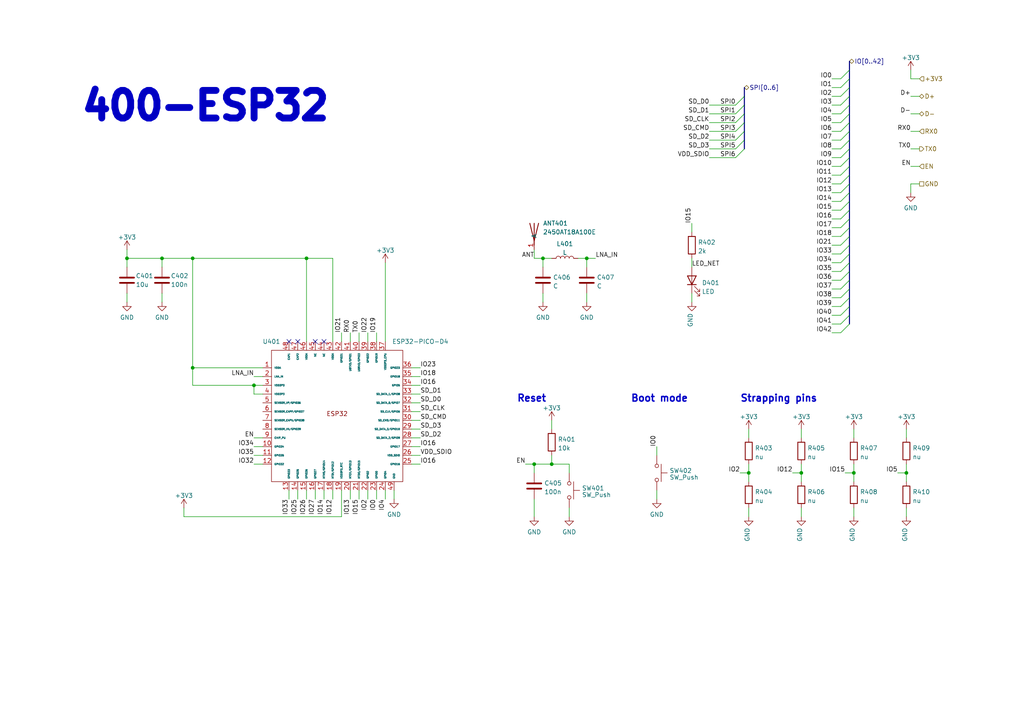
<source format=kicad_sch>
(kicad_sch (version 20230121) (generator eeschema)
  (paper "A4")
  (title_block (title "PSoM - ESP32_PICO_D4") (date "2024-04-17") (rev "HW00") (company "PumaCorp") (comment 1 "Design by: LG for NdG"))
  (lib_symbols
    (symbol "Component lib:2450AT18A100E" (pin_names (offset 0.762))
      (property "Reference" "ANT" (at 6.35 10.16 0))
      (property "Value" "2450AT18A100E" (at 6.35 7.62 0))
      (symbol "2450AT18A100E_0_1"
        (polyline (pts (xy 0 7.62) (xy 0 1.27)) (stroke (width 0.254)))
        (polyline (pts (xy 1.27 7.62) (xy 0 2.54) (xy -1.27 7.62)) (stroke (width 0.254)))
      )
      (symbol "2450AT18A100E_1_1"
        (pin input line (at 0 0 90) (length 2.54) (name "A") (number "1"))
      )
    )
    (symbol "Component lib:C" (pin_numbers hide) (pin_names (offset 0.254))
      (property "Reference" "C" (at 0.635 -1.27 0))
      (property "Value" "C" (at 0.635 -6.35 0))
      (symbol "C_0_1"
        (polyline (pts (xy -2.032 -4.572) (xy 2.032 -4.572)) (stroke (width 0.508)))
        (polyline (pts (xy -2.032 -3.048) (xy 2.032 -3.048)) (stroke (width 0.508)))
      )
      (symbol "C_1_1"
        (pin passive line (at 0 0 270) (length 2.794) (name "~") (number "1"))
        (pin passive line (at 0 -7.62 90) (length 2.794) (name "~") (number "2"))
      )
    )
    (symbol "Component lib:L" (pin_numbers hide) (pin_names (offset 1.016) hide)
      (property "Reference" "L" (at 3.81 -1.27 0))
      (property "Value" "L" (at 3.81 1.905 0))
      (symbol "L_0_1"
        (arc (start 2.54 0) (mid 1.905 0.6323) (end 1.27 0))
        (arc (start 3.81 0) (mid 3.175 0.6323) (end 2.54 0))
        (arc (start 5.08 0) (mid 4.445 0.6323) (end 3.81 0))
        (arc (start 6.35 0) (mid 5.715 0.6323) (end 5.08 0))
      )
      (symbol "L_1_1"
        (pin passive line (at 0 0 0) (length 1.27) (name "1") (number "1"))
        (pin passive line (at 7.62 0 180) (length 1.27) (name "2") (number "2"))
      )
    )
    (symbol "Component lib:LED" (pin_numbers hide) (pin_names (offset 1.016) hide)
      (property "Reference" "D" (at 3.81 2.54 0))
      (property "Value" "LED" (at 3.81 -2.54 0))
      (symbol "LED_0_1"
        (polyline (pts (xy 2.54 -1.27) (xy 2.54 1.27)) (stroke (width 0.254)))
        (polyline (pts (xy 2.54 0) (xy 5.08 0)))
        (polyline (pts (xy 5.08 -1.27) (xy 5.08 1.27) (xy 2.54 0) (xy 5.08 -1.27)) (stroke (width 0.254)))
        (polyline (pts (xy 0.762 -0.762) (xy -0.762 -2.286) (xy 0 -2.286) (xy -0.762 -2.286) (xy -0.762 -1.524)))
        (polyline (pts (xy 2.032 -0.762) (xy 0.508 -2.286) (xy 1.27 -2.286) (xy 0.508 -2.286) (xy 0.508 -1.524)))
      )
      (symbol "LED_1_1"
        (pin passive line (at 0 0 0) (length 2.54) (name "K") (number "1"))
        (pin passive line (at 7.62 0 180) (length 2.54) (name "A") (number "2"))
      )
    )
    (symbol "Component lib:R" (pin_numbers hide) (pin_names (offset 0))
      (property "Reference" "R" (at 2.032 -3.81 90))
      (property "Value" "R" (at 0 -3.81 90))
      (symbol "R_0_1"
        (rectangle (start -1.016 -6.35) (end 1.016 -1.27) (stroke (width 0.254)))
      )
      (symbol "R_1_1"
        (pin passive line (at 0 0 270) (length 1.27) (name "~") (number "1"))
        (pin passive line (at 0 -7.62 90) (length 1.27) (name "~") (number "2"))
      )
    )
    (symbol "Component_lib:ESP32-PICO-D4" (pin_names (offset 0.762))
      (property "Reference" "U" (at 17.78 -10.16 0))
      (property "Value" "ESP32-PICO-D4" (at 37.465 6.985 0))
      (symbol "ESP32-PICO-D4_0_0"
        (text "ESP32" (at 21.59 -13.335 0) (effects (font (size 1.27 1.27))))
      )
      (symbol "ESP32-PICO-D4_0_1"
        (rectangle (start 2.54 5.08) (end 40.64 -33.02))
      )
      (symbol "ESP32-PICO-D4_1_1"
        (pin power_in line (at 0 0 0) (length 2.54) (name "VDDA") (number "1"))
        (pin bidirectional line (at 0 -22.86 0) (length 2.54) (name "GPIO34") (number "10"))
        (pin bidirectional line (at 0 -25.4 0) (length 2.54) (name "GPIO35") (number "11"))
        (pin bidirectional line (at 0 -27.94 0) (length 2.54) (name "GPIO32") (number "12"))
        (pin bidirectional line (at 7.62 -35.56 90) (length 2.54) (name "GPIO33") (number "13"))
        (pin bidirectional line (at 10.16 -35.56 90) (length 2.54) (name "GPIO25") (number "14"))
        (pin bidirectional line (at 12.7 -35.56 90) (length 2.54) (name "GPIO26") (number "15"))
        (pin bidirectional line (at 15.24 -35.56 90) (length 2.54) (name "GPIO27") (number "16"))
        (pin bidirectional line (at 17.78 -35.56 90) (length 2.54) (name "MTMS/GPIO14") (number "17"))
        (pin bidirectional line (at 20.32 -35.56 90) (length 2.54) (name "MTDI/GPIO12") (number "18"))
        (pin power_in line (at 22.86 -35.56 90) (length 2.54) (name "VDD3P3_RTC") (number "19"))
        (pin bidirectional line (at 0 -2.54 0) (length 2.54) (name "LNA_IN") (number "2"))
        (pin bidirectional line (at 25.4 -35.56 90) (length 2.54) (name "MTCK/GPIO13") (number "20"))
        (pin bidirectional line (at 27.94 -35.56 90) (length 2.54) (name "MTDO/GPIO15") (number "21"))
        (pin bidirectional line (at 30.48 -35.56 90) (length 2.54) (name "GPIO2") (number "22"))
        (pin bidirectional line (at 33.02 -35.56 90) (length 2.54) (name "GPIO0") (number "23"))
        (pin bidirectional line (at 35.56 -35.56 90) (length 2.54) (name "GPIO4") (number "24"))
        (pin bidirectional line (at 43.18 -27.94 180) (length 2.54) (name "GPIO16") (number "25"))
        (pin power_in line (at 43.18 -25.4 180) (length 2.54) (name "VDD_SDIO") (number "26"))
        (pin bidirectional line (at 43.18 -22.86 180) (length 2.54) (name "GPIO17") (number "27"))
        (pin bidirectional line (at 43.18 -20.32 180) (length 2.54) (name "SD_DATA_2/GPIO9") (number "28"))
        (pin bidirectional line (at 43.18 -17.78 180) (length 2.54) (name "SD_DATA_3/GPIO10") (number "29"))
        (pin power_in line (at 0 -5.08 0) (length 2.54) (name "VDD3P3") (number "3"))
        (pin bidirectional line (at 43.18 -15.24 180) (length 2.54) (name "SD_CMD/GPIO11") (number "30"))
        (pin bidirectional line (at 43.18 -12.7 180) (length 2.54) (name "SD_CLK/GPIO6") (number "31"))
        (pin bidirectional line (at 43.18 -10.16 180) (length 2.54) (name "SD_DATA_0/GPIO7") (number "32"))
        (pin bidirectional line (at 43.18 -7.62 180) (length 2.54) (name "SD_DATA_1/GPIO8") (number "33"))
        (pin bidirectional line (at 43.18 -5.08 180) (length 2.54) (name "GPIO5") (number "34"))
        (pin bidirectional line (at 43.18 -2.54 180) (length 2.54) (name "GPIO18") (number "35"))
        (pin bidirectional line (at 43.18 0 180) (length 2.54) (name "GPIO23") (number "36"))
        (pin power_in line (at 35.56 7.62 270) (length 2.54) (name "VDD3P3_CPU") (number "37"))
        (pin bidirectional line (at 33.02 7.62 270) (length 2.54) (name "GPIO19") (number "38"))
        (pin bidirectional line (at 30.48 7.62 270) (length 2.54) (name "GPIO22") (number "39"))
        (pin power_in line (at 0 -7.62 0) (length 2.54) (name "VDD3P3") (number "4"))
        (pin bidirectional line (at 27.94 7.62 270) (length 2.54) (name "U0RXD/GPIO3") (number "40"))
        (pin bidirectional line (at 25.4 7.62 270) (length 2.54) (name "U0TXD/GPIO1") (number "41"))
        (pin bidirectional line (at 22.86 7.62 270) (length 2.54) (name "GPIO21") (number "42"))
        (pin power_in line (at 20.32 7.62 270) (length 2.54) (name "VDDA") (number "43"))
        (pin power_in line (at 17.78 7.62 270) (length 2.54) (name "NC") (number "44"))
        (pin bidirectional line (at 15.24 7.62 270) (length 2.54) (name "NC") (number "45"))
        (pin power_in line (at 12.7 7.62 270) (length 2.54) (name "VDDA") (number "46"))
        (pin bidirectional line (at 10.16 7.62 270) (length 2.54) (name "CAP2") (number "47"))
        (pin bidirectional line (at 7.62 7.62 270) (length 2.54) (name "CAP1") (number "48"))
        (pin power_in line (at 38.1 -35.56 90) (length 2.54) (name "GND") (number "49"))
        (pin bidirectional line (at 0 -10.16 0) (length 2.54) (name "SENSOR_VP/GPIO36") (number "5"))
        (pin bidirectional line (at 0 -12.7 0) (length 2.54) (name "SENSOR_CAPP/GPIO37") (number "6"))
        (pin bidirectional line (at 0 -15.24 0) (length 2.54) (name "SENSOR_CAPN/GPIO38") (number "7"))
        (pin bidirectional line (at 0 -17.78 0) (length 2.54) (name "SENSOR_VN/GPIO39") (number "8"))
        (pin bidirectional line (at 0 -20.32 0) (length 2.54) (name "CHIP_PU") (number "9"))
      )
    )
    (symbol "Switch:SW_Push" (pin_numbers hide) (pin_names (offset 1.016) hide)
      (property "Reference" "SW" (at 1.27 2.54 0))
      (property "Value" "SW_Push" (at 0 -1.524 0))
      (symbol "SW_Push_0_1"
        (circle (center -2.032 0) (radius 0.508))
        (polyline (pts (xy 0 1.27) (xy 0 3.048)))
        (polyline (pts (xy 2.54 1.27) (xy -2.54 1.27)))
        (circle (center 2.032 0) (radius 0.508))
        (pin passive line (at -5.08 0 0) (length 2.54) (name "1") (number "1"))
        (pin passive line (at 5.08 0 180) (length 2.54) (name "2") (number "2"))
      )
    )
    (symbol "power:+3V3" (power) (pin_names (offset 0))
      (property "Value" "+3V3" (at 0 3.556 0))
      (symbol "+3V3_0_1"
        (polyline (pts (xy -0.762 1.27) (xy 0 2.54)))
        (polyline (pts (xy 0 0) (xy 0 2.54)))
        (polyline (pts (xy 0 2.54) (xy 0.762 1.27)))
      )
      (symbol "+3V3_1_1"
        (pin power_in line (at 0 0 90) (length 0) hide (name "+3V3") (number "1"))
      )
    )
    (symbol "power:GND" (power) (pin_names (offset 0))
      (property "Value" "GND" (at 0 -3.81 0))
      (symbol "GND_0_1"
        (polyline (pts (xy 0 0) (xy 0 -1.27) (xy 1.27 -1.27) (xy 0 -2.54) (xy -1.27 -1.27) (xy 0 -1.27)))
      )
      (symbol "GND_1_1"
        (pin power_in line (at 0 0 270) (length 0) hide (name "GND") (number "1"))
      )
    )
  )
  (junction (at 46.99 74.93))
  (junction (at 154.94 134.62))
  (junction (at 36.83 74.93))
  (junction (at 160.02 134.62))
  (junction (at 170.18 74.93))
  (junction (at 55.88 106.68))
  (junction (at 157.48 74.93))
  (junction (at 247.65 137.16))
  (junction (at 232.41 137.16))
  (junction (at 88.9 74.93))
  (junction (at 55.88 74.93))
  (junction (at 217.17 137.16))
  (junction (at 262.89 137.16))
  (junction (at 73.66 111.76))
  (no_connect (at 91.44 99.06))
  (no_connect (at 83.82 99.06))
  (no_connect (at 93.98 99.06))
  (no_connect (at 86.36 99.06))
  (bus_entry (at 243.84 86.36) (size 2.54 -2.54))
  (bus_entry (at 243.84 40.64) (size 2.54 -2.54))
  (bus_entry (at 243.84 55.88) (size 2.54 -2.54))
  (bus_entry (at 243.84 68.58) (size 2.54 -2.54))
  (bus_entry (at 213.36 43.18) (size 2.54 -2.54))
  (bus_entry (at 243.84 71.12) (size 2.54 -2.54))
  (bus_entry (at 243.84 27.94) (size 2.54 -2.54))
  (bus_entry (at 243.84 88.9) (size 2.54 -2.54))
  (bus_entry (at 243.84 53.34) (size 2.54 -2.54))
  (bus_entry (at 243.84 93.98) (size 2.54 -2.54))
  (bus_entry (at 243.84 30.48) (size 2.54 -2.54))
  (bus_entry (at 243.84 33.02) (size 2.54 -2.54))
  (bus_entry (at 243.84 50.8) (size 2.54 -2.54))
  (bus_entry (at 243.84 38.1) (size 2.54 -2.54))
  (bus_entry (at 213.36 45.72) (size 2.54 -2.54))
  (bus_entry (at 243.84 78.74) (size 2.54 -2.54))
  (bus_entry (at 243.84 91.44) (size 2.54 -2.54))
  (bus_entry (at 243.84 35.56) (size 2.54 -2.54))
  (bus_entry (at 213.36 35.56) (size 2.54 -2.54))
  (bus_entry (at 243.84 60.96) (size 2.54 -2.54))
  (bus_entry (at 213.36 38.1) (size 2.54 -2.54))
  (bus_entry (at 243.84 45.72) (size 2.54 -2.54))
  (bus_entry (at 243.84 66.04) (size 2.54 -2.54))
  (bus_entry (at 213.36 40.64) (size 2.54 -2.54))
  (bus_entry (at 243.84 48.26) (size 2.54 -2.54))
  (bus_entry (at 243.84 43.18) (size 2.54 -2.54))
  (bus_entry (at 243.84 25.4) (size 2.54 -2.54))
  (bus_entry (at 243.84 96.52) (size 2.54 -2.54))
  (bus_entry (at 243.84 63.5) (size 2.54 -2.54))
  (bus_entry (at 243.84 83.82) (size 2.54 -2.54))
  (bus_entry (at 243.84 22.86) (size 2.54 -2.54))
  (bus_entry (at 213.36 30.48) (size 2.54 -2.54))
  (bus_entry (at 243.84 76.2) (size 2.54 -2.54))
  (bus_entry (at 243.84 81.28) (size 2.54 -2.54))
  (bus_entry (at 243.84 58.42) (size 2.54 -2.54))
  (bus_entry (at 243.84 73.66) (size 2.54 -2.54))
  (bus_entry (at 213.36 33.02) (size 2.54 -2.54))
  (wire (pts (xy 264.16 48.26) (xy 266.7 48.26)))
  (bus (pts (xy 246.38 50.8) (xy 246.38 53.34)))
  (bus (pts (xy 246.38 27.94) (xy 246.38 30.48)))
  (bus (pts (xy 246.38 63.5) (xy 246.38 66.04)))
  (wire (pts (xy 55.88 74.93) (xy 55.88 106.68)))
  (wire (pts (xy 154.94 144.78) (xy 154.94 149.86)))
  (wire (pts (xy 106.68 144.78) (xy 106.68 142.24)))
  (wire (pts (xy 109.22 96.52) (xy 109.22 99.06)))
  (wire (pts (xy 73.66 111.76) (xy 76.2 111.76)))
  (wire (pts (xy 104.14 142.24) (xy 104.14 144.78)))
  (wire (pts (xy 101.6 142.24) (xy 101.6 144.78)))
  (wire (pts (xy 264.16 22.86) (xy 266.7 22.86)))
  (wire (pts (xy 241.3 27.94) (xy 243.84 27.94)))
  (bus (pts (xy 246.38 43.18) (xy 246.38 45.72)))
  (wire (pts (xy 264.16 38.1) (xy 266.7 38.1)))
  (wire (pts (xy 73.66 132.08) (xy 76.2 132.08)))
  (wire (pts (xy 86.36 144.78) (xy 86.36 142.24)))
  (wire (pts (xy 241.3 96.52) (xy 243.84 96.52)))
  (bus (pts (xy 246.38 40.64) (xy 246.38 43.18)))
  (wire (pts (xy 217.17 134.62) (xy 217.17 137.16)))
  (wire (pts (xy 241.3 30.48) (xy 243.84 30.48)))
  (wire (pts (xy 264.16 20.32) (xy 264.16 22.86)))
  (bus (pts (xy 246.38 88.9) (xy 246.38 91.44)))
  (wire (pts (xy 170.18 85.09) (xy 170.18 87.63)))
  (wire (pts (xy 205.74 45.72) (xy 213.36 45.72)))
  (wire (pts (xy 241.3 48.26) (xy 243.84 48.26)))
  (wire (pts (xy 46.99 74.93) (xy 46.99 77.47)))
  (bus (pts (xy 246.38 78.74) (xy 246.38 81.28)))
  (wire (pts (xy 36.83 72.39) (xy 36.83 74.93)))
  (wire (pts (xy 96.52 74.93) (xy 88.9 74.93)))
  (wire (pts (xy 245.11 137.16) (xy 247.65 137.16)))
  (wire (pts (xy 119.38 109.22) (xy 121.92 109.22)))
  (wire (pts (xy 154.94 72.39) (xy 154.94 74.93)))
  (wire (pts (xy 101.6 96.52) (xy 101.6 99.06)))
  (wire (pts (xy 262.89 147.32) (xy 262.89 149.86)))
  (wire (pts (xy 262.89 137.16) (xy 262.89 139.7)))
  (wire (pts (xy 119.38 119.38) (xy 121.92 119.38)))
  (wire (pts (xy 241.3 40.64) (xy 243.84 40.64)))
  (wire (pts (xy 241.3 58.42) (xy 243.84 58.42)))
  (wire (pts (xy 241.3 93.98) (xy 243.84 93.98)))
  (bus (pts (xy 246.38 86.36) (xy 246.38 88.9)))
  (wire (pts (xy 217.17 137.16) (xy 217.17 139.7)))
  (wire (pts (xy 119.38 111.76) (xy 121.92 111.76)))
  (wire (pts (xy 264.16 27.94) (xy 266.7 27.94)))
  (wire (pts (xy 241.3 43.18) (xy 243.84 43.18)))
  (wire (pts (xy 73.66 127) (xy 76.2 127)))
  (bus (pts (xy 246.38 20.32) (xy 246.38 22.86)))
  (wire (pts (xy 165.1 147.32) (xy 165.1 149.86)))
  (wire (pts (xy 247.65 137.16) (xy 247.65 139.7)))
  (wire (pts (xy 154.94 74.93) (xy 157.48 74.93)))
  (bus (pts (xy 246.38 66.04) (xy 246.38 68.58)))
  (wire (pts (xy 214.63 137.16) (xy 217.17 137.16)))
  (wire (pts (xy 205.74 38.1) (xy 213.36 38.1)))
  (wire (pts (xy 200.66 64.77) (xy 200.66 67.31)))
  (bus (pts (xy 246.38 68.58) (xy 246.38 71.12)))
  (wire (pts (xy 241.3 35.56) (xy 243.84 35.56)))
  (wire (pts (xy 157.48 85.09) (xy 157.48 87.63)))
  (wire (pts (xy 170.18 74.93) (xy 170.18 77.47)))
  (bus (pts (xy 215.9 35.56) (xy 215.9 38.1)))
  (wire (pts (xy 119.38 129.54) (xy 121.92 129.54)))
  (wire (pts (xy 119.38 116.84) (xy 121.92 116.84)))
  (bus (pts (xy 215.9 25.4) (xy 215.9 27.94)))
  (bus (pts (xy 246.38 38.1) (xy 246.38 40.64)))
  (wire (pts (xy 170.18 74.93) (xy 172.72 74.93)))
  (bus (pts (xy 246.38 35.56) (xy 246.38 38.1)))
  (wire (pts (xy 232.41 147.32) (xy 232.41 149.86)))
  (bus (pts (xy 246.38 45.72) (xy 246.38 48.26)))
  (wire (pts (xy 119.38 124.46) (xy 121.92 124.46)))
  (wire (pts (xy 241.3 45.72) (xy 243.84 45.72)))
  (wire (pts (xy 241.3 91.44) (xy 243.84 91.44)))
  (wire (pts (xy 241.3 68.58) (xy 243.84 68.58)))
  (wire (pts (xy 36.83 74.93) (xy 46.99 74.93)))
  (bus (pts (xy 246.38 17.78) (xy 246.38 20.32)))
  (wire (pts (xy 91.44 144.78) (xy 91.44 142.24)))
  (wire (pts (xy 243.84 76.2) (xy 241.3 76.2)))
  (wire (pts (xy 83.82 144.78) (xy 83.82 142.24)))
  (bus (pts (xy 246.38 25.4) (xy 246.38 27.94)))
  (wire (pts (xy 241.3 38.1) (xy 243.84 38.1)))
  (bus (pts (xy 246.38 53.34) (xy 246.38 55.88)))
  (wire (pts (xy 119.38 134.62) (xy 121.92 134.62)))
  (wire (pts (xy 160.02 121.92) (xy 160.02 124.46)))
  (bus (pts (xy 215.9 40.64) (xy 215.9 43.18)))
  (wire (pts (xy 205.74 30.48) (xy 213.36 30.48)))
  (wire (pts (xy 247.65 134.62) (xy 247.65 137.16)))
  (wire (pts (xy 157.48 74.93) (xy 160.02 74.93)))
  (wire (pts (xy 241.3 66.04) (xy 243.84 66.04)))
  (wire (pts (xy 262.89 134.62) (xy 262.89 137.16)))
  (wire (pts (xy 119.38 106.68) (xy 121.92 106.68)))
  (wire (pts (xy 53.34 147.32) (xy 53.34 149.86)))
  (wire (pts (xy 241.3 25.4) (xy 243.84 25.4)))
  (wire (pts (xy 264.16 53.34) (xy 266.7 53.34)))
  (wire (pts (xy 232.41 137.16) (xy 232.41 139.7)))
  (wire (pts (xy 73.66 109.22) (xy 76.2 109.22)))
  (wire (pts (xy 243.84 81.28) (xy 241.3 81.28)))
  (wire (pts (xy 205.74 43.18) (xy 213.36 43.18)))
  (wire (pts (xy 53.34 149.86) (xy 99.06 149.86)))
  (wire (pts (xy 205.74 35.56) (xy 213.36 35.56)))
  (wire (pts (xy 46.99 74.93) (xy 55.88 74.93)))
  (bus (pts (xy 246.38 83.82) (xy 246.38 86.36)))
  (wire (pts (xy 243.84 78.74) (xy 241.3 78.74)))
  (bus (pts (xy 246.38 91.44) (xy 246.38 93.98)))
  (wire (pts (xy 96.52 74.93) (xy 96.52 99.06)))
  (wire (pts (xy 232.41 134.62) (xy 232.41 137.16)))
  (bus (pts (xy 246.38 33.02) (xy 246.38 35.56)))
  (wire (pts (xy 190.5 129.54) (xy 190.5 132.08)))
  (wire (pts (xy 55.88 74.93) (xy 88.9 74.93)))
  (wire (pts (xy 73.66 129.54) (xy 76.2 129.54)))
  (wire (pts (xy 114.3 142.24) (xy 114.3 144.78)))
  (wire (pts (xy 76.2 114.3) (xy 73.66 114.3)))
  (wire (pts (xy 205.74 40.64) (xy 213.36 40.64)))
  (wire (pts (xy 241.3 50.8) (xy 243.84 50.8)))
  (wire (pts (xy 157.48 77.47) (xy 157.48 74.93)))
  (wire (pts (xy 232.41 124.46) (xy 232.41 127)))
  (wire (pts (xy 154.94 134.62) (xy 160.02 134.62)))
  (wire (pts (xy 119.38 121.92) (xy 121.92 121.92)))
  (wire (pts (xy 88.9 144.78) (xy 88.9 142.24)))
  (wire (pts (xy 260.35 137.16) (xy 262.89 137.16)))
  (wire (pts (xy 106.68 96.52) (xy 106.68 99.06)))
  (wire (pts (xy 264.16 33.02) (xy 266.7 33.02)))
  (wire (pts (xy 217.17 147.32) (xy 217.17 149.86)))
  (wire (pts (xy 119.38 114.3) (xy 121.92 114.3)))
  (wire (pts (xy 241.3 73.66) (xy 243.84 73.66)))
  (wire (pts (xy 241.3 22.86) (xy 243.84 22.86)))
  (wire (pts (xy 111.76 144.78) (xy 111.76 142.24)))
  (wire (pts (xy 167.64 74.93) (xy 170.18 74.93)))
  (wire (pts (xy 264.16 55.88) (xy 264.16 53.34)))
  (wire (pts (xy 96.52 144.78) (xy 96.52 142.24)))
  (wire (pts (xy 241.3 55.88) (xy 243.84 55.88)))
  (wire (pts (xy 119.38 127) (xy 121.92 127)))
  (bus (pts (xy 246.38 60.96) (xy 246.38 63.5)))
  (bus (pts (xy 215.9 33.02) (xy 215.9 35.56)))
  (wire (pts (xy 160.02 134.62) (xy 165.1 134.62)))
  (wire (pts (xy 99.06 142.24) (xy 99.06 149.86)))
  (wire (pts (xy 205.74 33.02) (xy 213.36 33.02)))
  (wire (pts (xy 229.87 137.16) (xy 232.41 137.16)))
  (wire (pts (xy 262.89 124.46) (xy 262.89 127)))
  (bus (pts (xy 215.9 27.94) (xy 215.9 30.48)))
  (wire (pts (xy 243.84 86.36) (xy 241.3 86.36)))
  (wire (pts (xy 241.3 60.96) (xy 243.84 60.96)))
  (wire (pts (xy 99.06 96.52) (xy 99.06 99.06)))
  (wire (pts (xy 241.3 53.34) (xy 243.84 53.34)))
  (wire (pts (xy 73.66 134.62) (xy 76.2 134.62)))
  (wire (pts (xy 88.9 74.93) (xy 88.9 99.06)))
  (wire (pts (xy 119.38 132.08) (xy 121.92 132.08)))
  (bus (pts (xy 215.9 38.1) (xy 215.9 40.64)))
  (bus (pts (xy 215.9 30.48) (xy 215.9 33.02)))
  (wire (pts (xy 55.88 106.68) (xy 76.2 106.68)))
  (wire (pts (xy 93.98 144.78) (xy 93.98 142.24)))
  (wire (pts (xy 36.83 85.09) (xy 36.83 87.63)))
  (wire (pts (xy 243.84 83.82) (xy 241.3 83.82)))
  (wire (pts (xy 46.99 85.09) (xy 46.99 87.63)))
  (wire (pts (xy 241.3 71.12) (xy 243.84 71.12)))
  (wire (pts (xy 104.14 96.52) (xy 104.14 99.06)))
  (bus (pts (xy 246.38 48.26) (xy 246.38 50.8)))
  (wire (pts (xy 36.83 77.47) (xy 36.83 74.93)))
  (wire (pts (xy 160.02 132.08) (xy 160.02 134.62)))
  (wire (pts (xy 190.5 142.24) (xy 190.5 144.78)))
  (bus (pts (xy 246.38 76.2) (xy 246.38 78.74)))
  (wire (pts (xy 241.3 63.5) (xy 243.84 63.5)))
  (wire (pts (xy 217.17 124.46) (xy 217.17 127)))
  (wire (pts (xy 200.66 74.93) (xy 200.66 77.47)))
  (bus (pts (xy 246.38 81.28) (xy 246.38 83.82)))
  (wire (pts (xy 154.94 134.62) (xy 154.94 137.16)))
  (wire (pts (xy 264.16 43.18) (xy 266.7 43.18)))
  (wire (pts (xy 111.76 76.2) (xy 111.76 99.06)))
  (bus (pts (xy 246.38 30.48) (xy 246.38 33.02)))
  (wire (pts (xy 247.65 147.32) (xy 247.65 149.86)))
  (wire (pts (xy 152.4 134.62) (xy 154.94 134.62)))
  (wire (pts (xy 55.88 111.76) (xy 73.66 111.76)))
  (wire (pts (xy 200.66 85.09) (xy 200.66 87.63)))
  (bus (pts (xy 246.38 22.86) (xy 246.38 25.4)))
  (wire (pts (xy 73.66 114.3) (xy 73.66 111.76)))
  (wire (pts (xy 109.22 144.78) (xy 109.22 142.24)))
  (wire (pts (xy 55.88 106.68) (xy 55.88 111.76)))
  (bus (pts (xy 246.38 71.12) (xy 246.38 73.66)))
  (wire (pts (xy 241.3 88.9) (xy 243.84 88.9)))
  (bus (pts (xy 246.38 58.42) (xy 246.38 60.96)))
  (bus (pts (xy 246.38 55.88) (xy 246.38 58.42)))
  (wire (pts (xy 247.65 124.46) (xy 247.65 127)))
  (wire (pts (xy 165.1 134.62) (xy 165.1 137.16)))
  (wire (pts (xy 241.3 33.02) (xy 243.84 33.02)))
  (bus (pts (xy 246.38 73.66) (xy 246.38 76.2)))
  (text "Boot mode\n" (at 182.88 116.84 0) (effects (font (size 2 2) (thickness 0.4) bold) (justify left bottom)))
  (text "Reset\n" (at 149.86 116.84 0) (effects (font (size 2 2) (thickness 0.4) bold) (justify left bottom)))
  (text "400-ESP32" (at 22.86 35.56 0) (effects (font (size 8 8) (thickness 3) bold) (justify left bottom)))
  (text "Strapping pins" (at 214.63 116.84 0) (effects (font (size 2 2) (thickness 0.4) bold) (justify left bottom)))
  (label "IO16" (at 121.92 129.54 0))
  (label "SD_CLK" (at 121.92 119.38 0))
  (label "IO12" (at 229.87 137.16 180))
  (label "IO3" (at 241.3 30.48 180))
  (label "IO26" (at 88.9 144.78 270))
  (label "RX0" (at 101.6 96.52 90))
  (label "IO15" (at 241.3 60.96 180))
  (label "SPI0" (at 213.36 30.48 180))
  (label "IO18" (at 121.92 109.22 0))
  (label "TX0" (at 104.14 96.52 90))
  (label "IO38" (at 241.3 86.36 180))
  (label "IO0" (at 109.22 144.78 270))
  (label "IO37" (at 241.3 83.82 180))
  (label "VDD_SDIO" (at 121.92 132.08 0))
  (label "IO39" (at 241.3 88.9 180))
  (label "IO13" (at 101.6 144.78 270))
  (label "EN" (at 264.16 48.26 180))
  (label "IO42" (at 241.3 96.52 180))
  (label "IO6" (at 241.3 38.1 180))
  (label "IO32" (at 73.66 134.62 180))
  (label "IO7" (at 241.3 40.64 180))
  (label "SD_CLK" (at 205.74 35.56 180))
  (label "SPI1" (at 213.36 33.02 180))
  (label "IO4" (at 241.3 33.02 180))
  (label "IO14" (at 241.3 58.42 180))
  (label "IO40" (at 241.3 91.44 180))
  (label "EN" (at 152.4 134.62 180))
  (label "IO2" (at 214.63 137.16 180))
  (label "IO33" (at 83.82 144.78 270))
  (label "TX0" (at 264.16 43.18 180))
  (label "IO25" (at 86.36 144.78 270))
  (label "SPI5" (at 213.36 43.18 180))
  (label "IO14" (at 93.98 144.78 270))
  (label "IO15" (at 104.14 144.78 270))
  (label "IO22" (at 106.68 96.52 90))
  (label "SD_D3" (at 205.74 43.18 180))
  (label "IO10" (at 241.3 48.26 180))
  (label "SD_D1" (at 121.92 114.3 0))
  (label "IO21" (at 241.3 71.12 180))
  (label "IO12" (at 96.52 144.78 270))
  (label "IO5" (at 241.3 35.56 180))
  (label "IO12" (at 241.3 53.34 180))
  (label "IO35" (at 73.66 132.08 180))
  (label "IO0" (at 190.5 129.54 90))
  (label "IO16" (at 241.3 63.5 180))
  (label "SD_D1" (at 205.74 33.02 180))
  (label "IO19" (at 109.22 96.52 90))
  (label "IO2" (at 241.3 27.94 180))
  (label "LNA_IN" (at 73.66 109.22 180))
  (label "LNA_IN" (at 172.72 74.93 0))
  (label "SD_CMD" (at 121.92 121.92 0))
  (label "IO11" (at 241.3 50.8 180))
  (label "IO0" (at 241.3 22.86 180))
  (label "SPI4" (at 213.36 40.64 180))
  (label "IO21" (at 99.06 96.52 90))
  (label "SD_CMD" (at 205.74 38.1 180))
  (label "IO1" (at 241.3 25.4 180))
  (label "SD_D2" (at 121.92 127 0))
  (label "SPI3" (at 213.36 38.1 180))
  (label "IO15" (at 245.11 137.16 180))
  (label "IO15" (at 200.66 64.77 90))
  (label "SD_D0" (at 121.92 116.84 0))
  (label "IO33" (at 241.3 73.66 180))
  (label "SPI2" (at 213.36 35.56 180))
  (label "IO4" (at 111.76 144.78 270))
  (label "LED_NET" (at 200.66 77.47 0))
  (label "SD_D2" (at 205.74 40.64 180))
  (label "EN" (at 73.66 127 180))
  (label "IO35" (at 241.3 78.74 180))
  (label "RX0" (at 264.16 38.1 180))
  (label "VDD_SDIO" (at 205.74 45.72 180))
  (label "IO8" (at 241.3 43.18 180))
  (label "SPI6" (at 213.36 45.72 180))
  (label "IO34" (at 241.3 76.2 180))
  (label "IO2" (at 106.68 144.78 270))
  (label "IO16" (at 121.92 134.62 0))
  (label "IO16" (at 121.92 111.76 0))
  (label "SD_D0" (at 205.74 30.48 180))
  (label "SD_D3" (at 121.92 124.46 0))
  (label "IO17" (at 241.3 66.04 180))
  (label "IO27" (at 91.44 144.78 270))
  (label "ANT" (at 154.94 74.93 180))
  (label "IO9" (at 241.3 45.72 180))
  (label "IO36" (at 241.3 81.28 180))
  (label "D-" (at 264.16 33.02 180))
  (label "IO13" (at 241.3 55.88 180))
  (label "IO18" (at 241.3 68.58 180))
  (label "IO34" (at 73.66 129.54 180))
  (label "IO41" (at 241.3 93.98 180))
  (label "IO23" (at 121.92 106.68 0))
  (label "D+" (at 264.16 27.94 180))
  (label "IO5" (at 260.35 137.16 180))
  (hierarchical_label "+3V3" (shape input) (at 266.7 22.86 0))
  (hierarchical_label "IO[0..42]" (shape bidirectional) (at 246.38 17.78 0))
  (hierarchical_label "D+" (shape bidirectional) (at 266.7 27.94 0))
  (hierarchical_label "SPI[0..6]" (shape bidirectional) (at 215.9 25.4 0))
  (hierarchical_label "GND" (shape passive) (at 266.7 53.34 0))
  (hierarchical_label "D-" (shape bidirectional) (at 266.7 33.02 0))
  (hierarchical_label "EN" (shape input) (at 266.7 48.26 0))
  (hierarchical_label "TX0" (shape output) (at 266.7 43.18 0))
  (hierarchical_label "RX0" (shape input) (at 266.7 38.1 0))
  (symbol (lib_id "power:GND") (at 262.89 149.86 0) (unit 1)
    (property "Reference" "#PWR0426" (effects hide))
    (property "Value" "GND" (at 262.4562 153.035 90) (effects (justify right)))
  )
  (symbol (lib_id "power:+3V3") (at 264.16 20.32 0) (unit 1)
    (property "Reference" "#PWR0423" (effects hide))
    (property "Value" "+3V3" (at 264.16 16.7442 0))
    (instances (project "ESP_PicoD4_SoM_HW00" (path "" (reference "#PWR0423") (unit 1))) (project "PMK_Keyboard" (path "" (reference "#PWR0401") (unit 1))))
  )
  (symbol (lib_id "power:+3V3") (at 247.65 124.46 0) (unit 1)
    (property "Reference" "#PWR0421" (effects hide))
    (property "Value" "+3V3" (at 247.65 120.8842 0))
  )
  (symbol (lib_id "power:GND") (at 170.18 87.63 0) (unit 1)
    (property "Reference" "#PWR0414" (effects hide))
    (property "Value" "GND" (at 170.18 92.0734 0))
  )
  (symbol (lib_id "Component lib:R") (at 247.65 127 0) (unit 1)
    (property "Reference" "R407" (at 249.428 129.9753 0) (effects (justify left)))
    (property "Value" "nu" (at 249.428 132.5122 0) (effects (justify left)))
    (property "Footprint" "Resistor_SMD:R_0201_0603Metric" (effects hide))
  )
  (symbol (lib_id "Component lib:R") (at 262.89 139.7 0) (unit 1)
    (property "Reference" "R410" (at 264.668 142.6753 0) (effects (justify left)))
    (property "Value" "nu" (at 264.668 145.2122 0) (effects (justify left)))
    (property "Footprint" "Resistor_SMD:R_0201_0603Metric" (effects hide))
  )
  (symbol (lib_id "power:+3V3") (at 36.83 72.39 0) (unit 1)
    (property "Reference" "#PWR0401" (effects hide))
    (property "Value" "+3V3" (at 36.83 68.8142 0))
    (instances (project "ESP_PicoD4_SoM_HW00" (path "" (reference "#PWR0401") (unit 1))) (project "PMK_Keyboard" (path "" (reference "#PWR0408") (unit 1))))
  )
  (symbol (lib_id "power:+3V3") (at 232.41 124.46 0) (unit 1)
    (property "Reference" "#PWR0419" (effects hide))
    (property "Value" "+3V3" (at 232.41 120.8842 0))
    (instances (project "ESP_PicoD4_SoM_HW00" (path "" (reference "#PWR0419") (unit 1))) (project "PMK_Keyboard" (path "" (reference "#PWR0424") (unit 1))))
  )
  (symbol (lib_id "power:+3V3") (at 217.17 124.46 0) (unit 1)
    (property "Reference" "#PWR0417" (effects hide))
    (property "Value" "+3V3" (at 217.17 120.8842 0))
    (instances (project "ESP_PicoD4_SoM_HW00" (path "" (reference "#PWR0417") (unit 1))) (project "PMK_Keyboard" (path "" (reference "#PWR0423") (unit 1))))
  )
  (symbol (lib_id "Component lib:2450AT18A100E") (at 154.94 72.39 0) (unit 1)
    (property "Reference" "ANT401" (at 157.48 64.77 0) (effects (justify left)))
    (property "Value" "2450AT18A100E" (at 157.48 67.31 0) (effects (justify left)))
    (property "Footprint" "Component_lib:ANTC3216X140N" (effects hide))
    (property "Datasheet" "https://www.johansontechnology.com/datasheets/2450AT18A100/2450AT18A100.pdf" (effects hide))
    (property "Description" "Antennas 2.45GHz ANTENNA" (effects hide))
    (property "Height" "1.4" (effects hide))
    (property "Mouser Part Number" "609-2450AT18A100E" (effects hide))
    (property "Mouser Price/Stock" "https://www.mouser.co.uk/ProductDetail/Johanson-Technology/2450AT18A100E?qs=yCnrNFeXz%252BjzOYKPg7LGCw%3D%3D" (effects hide))
    (property "Manufacturer_Name" "JOHANSON TECHNOLOGY" (effects hide))
    (property "Manufacturer_Part_Number" "2450AT18A100E" (effects hide))
  )
  (symbol (lib_id "Component lib:R") (at 232.41 127 0) (unit 1)
    (property "Reference" "R405" (at 234.188 129.9753 0) (effects (justify left)))
    (property "Value" "nu" (at 234.188 132.5122 0) (effects (justify left)))
    (property "Footprint" "Resistor_SMD:R_0201_0603Metric" (effects hide))
    (instances (project "ESP_PicoD4_SoM_HW00" (path "" (reference "R405") (unit 1))) (project "PMK_Keyboard" (path "" (reference "R406") (unit 1))))
  )
  (symbol (lib_id "power:GND") (at 154.94 149.86 0) (unit 1)
    (property "Reference" "#PWR0410" (effects hide))
    (property "Value" "GND" (at 154.94 154.3034 0))
    (instances (project "ESP_PicoD4_SoM_HW00" (path "" (reference "#PWR0410") (unit 1))) (project "PMK_Keyboard" (path "" (reference "#PWR0427") (unit 1))))
  )
  (symbol (lib_id "Component lib:R") (at 217.17 127 0) (unit 1)
    (property "Reference" "R403" (at 218.948 129.9753 0) (effects (justify left)))
    (property "Value" "nu" (at 218.948 132.5122 0) (effects (justify left)))
    (property "Footprint" "Resistor_SMD:R_0201_0603Metric" (effects hide))
    (instances (project "ESP_PicoD4_SoM_HW00" (path "" (reference "R403") (unit 1))) (project "PMK_Keyboard" (path "" (reference "R405") (unit 1))))
  )
  (symbol (lib_id "Component lib:C") (at 170.18 77.47 0) (unit 1)
    (property "Reference" "C407" (at 173.101 80.4453 0) (effects (justify left)))
    (property "Value" "C" (at 173.101 82.9822 0) (effects (justify left)))
    (property "Footprint" "Capacitor_SMD:C_0201_0603Metric" (effects hide))
  )
  (symbol (lib_id "Component lib:L") (at 160.02 74.93 0) (unit 1)
    (property "Reference" "L401" (at 163.83 70.7222 0))
    (property "Value" "L" (at 163.83 73.2591 0))
    (property "Footprint" "Inductor_SMD:L_0201_0603Metric" (effects hide))
  )
  (symbol (lib_id "power:GND") (at 36.83 87.63 0) (unit 1)
    (property "Reference" "#PWR0402" (effects hide))
    (property "Value" "GND" (at 36.83 92.0734 0))
    (instances (project "ESP_PicoD4_SoM_HW00" (path "" (reference "#PWR0402") (unit 1))) (project "PMK_Keyboard" (path "" (reference "#PWR0411") (unit 1))))
  )
  (symbol (lib_id "power:+3V3") (at 111.76 76.2 0) (unit 1)
    (property "Reference" "#PWR0408" (effects hide))
    (property "Value" "+3V3" (at 111.76 72.6242 0))
    (instances (project "ESP_PicoD4_SoM_HW00" (path "" (reference "#PWR0408") (unit 1))) (project "PMK_Keyboard" (path "" (reference "#PWR0407") (unit 1))))
  )
  (symbol (lib_id "power:GND") (at 165.1 149.86 0) (unit 1)
    (property "Reference" "#PWR0413" (effects hide))
    (property "Value" "GND" (at 165.1 154.3034 0))
    (instances (project "ESP_PicoD4_SoM_HW00" (path "" (reference "#PWR0413") (unit 1))) (project "PMK_Keyboard" (path "" (reference "#PWR0428") (unit 1))))
  )
  (symbol (lib_id "power:GND") (at 200.66 87.63 0) (unit 1)
    (property "Reference" "#PWR0415" (effects hide))
    (property "Value" "GND" (at 200.2262 90.805 90) (effects (justify right)))
  )
  (symbol (lib_id "power:GND") (at 217.17 149.86 0) (unit 1)
    (property "Reference" "#PWR0418" (effects hide))
    (property "Value" "GND" (at 216.7362 153.035 90) (effects (justify right)))
    (instances (project "ESP_PicoD4_SoM_HW00" (path "" (reference "#PWR0418") (unit 1))) (project "PMK_Keyboard" (path "" (reference "#PWR0430") (unit 1))))
  )
  (symbol (lib_id "Component lib:R") (at 262.89 127 0) (unit 1)
    (property "Reference" "R409" (at 264.668 129.9753 0) (effects (justify left)))
    (property "Value" "nu" (at 264.668 132.5122 0) (effects (justify left)))
    (property "Footprint" "Resistor_SMD:R_0201_0603Metric" (effects hide))
  )
  (symbol (lib_id "Component_lib:ESP32-PICO-D4") (at 76.2 106.68 0) (unit 1)
    (property "Reference" "U401" (at 78.74 99.06 0))
    (property "Value" "ESP32-PICO-D4" (at 121.92 99.06 0))
    (property "Footprint" "ESP32-PICO-D4_1" (effects hide))
    (property "Datasheet" "http://www.espressif.com/sites/default/files/documentation/esp32-pico-d4_datasheet_en.pdf" (effects hide))
    (property "Description" "ESP32-PICO-D4 module" (effects hide))
    (property "Mouser Part Number" "356-ESP32-PICO-D4" (effects hide))
    (property "Mouser Price/Stock" "https://www.mouser.co.uk/ProductDetail/Espressif-Systems/ESP32-PICO-D4?qs=MLItCLRbWsw7MJlbN3HfdA%3D%3D" (effects hide))
    (property "Manufacturer_Name" "Espressif Systems" (effects hide))
    (property "Manufacturer_Part_Number" "ESP32-PICO-D4" (effects hide))
  )
  (symbol (lib_id "Component lib:C") (at 157.48 77.47 0) (unit 1)
    (property "Reference" "C406" (at 160.401 80.4453 0) (effects (justify left)))
    (property "Value" "C" (at 160.401 82.9822 0) (effects (justify left)))
    (property "Footprint" "Capacitor_SMD:C_0201_0603Metric" (effects hide))
  )
  (symbol (lib_id "power:GND") (at 232.41 149.86 0) (unit 1)
    (property "Reference" "#PWR0420" (effects hide))
    (property "Value" "GND" (at 231.9762 153.035 90) (effects (justify right)))
    (instances (project "ESP_PicoD4_SoM_HW00" (path "" (reference "#PWR0420") (unit 1))) (project "PMK_Keyboard" (path "" (reference "#PWR0431") (unit 1))))
  )
  (symbol (lib_id "power:+3V3") (at 160.02 121.92 0) (unit 1)
    (property "Reference" "#PWR0412" (effects hide))
    (property "Value" "+3V3" (at 160.02 118.3442 0))
    (instances (project "ESP_PicoD4_SoM_HW00" (path "" (reference "#PWR0412") (unit 1))) (project "PMK_Keyboard" (path "" (reference "#PWR0421") (unit 1))))
  )
  (symbol (lib_id "Component lib:C") (at 154.94 137.16 0) (unit 1)
    (property "Reference" "C405" (at 157.861 140.1353 0) (effects (justify left)))
    (property "Value" "100n" (at 157.861 142.6722 0) (effects (justify left)))
    (property "Footprint" "Capacitor_SMD:C_0201_0603Metric" (effects hide))
    (instances (project "ESP_PicoD4_SoM_HW00" (path "" (reference "C405") (unit 1))) (project "PMK_Keyboard" (path "" (reference "C414") (unit 1))))
  )
  (symbol (lib_id "power:GND") (at 264.16 55.88 0) (unit 1)
    (property "Reference" "#PWR0424" (effects hide))
    (property "Value" "GND" (at 264.16 60.3234 0))
    (instances (project "ESP_PicoD4_SoM_HW00" (path "" (reference "#PWR0424") (unit 1))) (project "PMK_Keyboard" (path "" (reference "#PWR0403") (unit 1))))
  )
  (symbol (lib_id "power:GND") (at 247.65 149.86 0) (unit 1)
    (property "Reference" "#PWR0422" (effects hide))
    (property "Value" "GND" (at 247.2162 153.035 90) (effects (justify right)))
  )
  (symbol (lib_id "power:+3V3") (at 262.89 124.46 0) (unit 1)
    (property "Reference" "#PWR0425" (effects hide))
    (property "Value" "+3V3" (at 262.89 120.8842 0))
  )
  (symbol (lib_id "Component lib:C") (at 36.83 77.47 0) (unit 1)
    (property "Reference" "C401" (at 39.37 80.01 0) (effects (justify left)))
    (property "Value" "10u" (at 39.37 82.55 0) (effects (justify left)))
    (property "Footprint" "Capacitor_SMD:C_0201_0603Metric" (effects hide))
    (instances (project "ESP_PicoD4_SoM_HW00" (path "" (reference "C401") (unit 1))) (project "PMK_Keyboard" (path "" (reference "C404") (unit 1))))
  )
  (symbol (lib_id "power:GND") (at 157.48 87.63 0) (unit 1)
    (property "Reference" "#PWR0411" (effects hide))
    (property "Value" "GND" (at 157.48 92.0734 0))
    (instances (project "ESP_PicoD4_SoM_HW00" (path "" (reference "#PWR0411") (unit 1))) (project "PMK_Keyboard" (path "" (reference "#PWR0413") (unit 1))))
  )
  (symbol (lib_id "Component lib:R") (at 232.41 139.7 0) (unit 1)
    (property "Reference" "R406" (at 234.188 142.6753 0) (effects (justify left)))
    (property "Value" "nu" (at 234.188 145.2122 0) (effects (justify left)))
    (property "Footprint" "Resistor_SMD:R_0201_0603Metric" (effects hide))
    (instances (project "ESP_PicoD4_SoM_HW00" (path "" (reference "R406") (unit 1))) (project "PMK_Keyboard" (path "" (reference "R408") (unit 1))))
  )
  (symbol (lib_id "power:+3V3") (at 53.34 147.32 0) (unit 1)
    (property "Reference" "#PWR0404" (effects hide))
    (property "Value" "+3V3" (at 53.34 143.7442 0))
    (instances (project "ESP_PicoD4_SoM_HW00" (path "" (reference "#PWR0404") (unit 1))) (project "PMK_Keyboard" (path "" (reference "#PWR0433") (unit 1))))
  )
  (symbol (lib_id "Component lib:LED") (at 200.66 85.09 90) (unit 1)
    (property "Reference" "D401" (at 203.581 82.0328 90) (effects (justify right)))
    (property "Value" "LED" (at 203.581 84.5697 90) (effects (justify right)))
    (property "Footprint" "LED_SMD:LED_0402_1005Metric" (effects hide))
  )
  (symbol (lib_id "power:GND") (at 114.3 144.78 0) (unit 1)
    (property "Reference" "#PWR0405" (effects hide))
    (property "Value" "GND" (at 114.3 149.2234 0))
    (instances (project "ESP_PicoD4_SoM_HW00" (path "" (reference "#PWR0405") (unit 1))) (project "PMK_Keyboard" (path "" (reference "#PWR0432") (unit 1))))
  )
  (symbol (lib_id "Component lib:C") (at 46.99 77.47 0) (unit 1)
    (property "Reference" "C402" (at 49.53 80.0131 0) (effects (justify left)))
    (property "Value" "100n" (at 49.53 82.55 0) (effects (justify left)))
    (property "Footprint" "Capacitor_SMD:C_0201_0603Metric" (effects hide))
    (instances (project "ESP_PicoD4_SoM_HW00" (path "" (reference "C402") (unit 1))) (project "PMK_Keyboard" (path "" (reference "C405") (unit 1))))
  )
  (symbol (lib_id "Component lib:R") (at 160.02 124.46 0) (unit 1)
    (property "Reference" "R401" (at 161.798 127.4353 0) (effects (justify left)))
    (property "Value" "10k" (at 161.798 129.9722 0) (effects (justify left)))
    (property "Footprint" "Resistor_SMD:R_0201_0603Metric" (effects hide))
    (instances (project "ESP_PicoD4_SoM_HW00" (path "" (reference "R401") (unit 1))) (project "PMK_Keyboard" (path "" (reference "R403") (unit 1))))
  )
  (symbol (lib_id "Component lib:R") (at 200.66 67.31 0) (unit 1)
    (property "Reference" "R402" (at 202.438 70.2853 0) (effects (justify left)))
    (property "Value" "2k" (at 202.438 72.8222 0) (effects (justify left)))
    (property "Footprint" "Resistor_SMD:R_0402_1005Metric" (effects hide))
  )
  (symbol (lib_id "power:GND") (at 190.5 144.78 0) (unit 1)
    (property "Reference" "#PWR0416" (effects hide))
    (property "Value" "GND" (at 190.5 149.2234 0))
    (instances (project "ESP_PicoD4_SoM_HW00" (path "" (reference "#PWR0416") (unit 1))) (project "PMK_Keyboard" (path "" (reference "#PWR0429") (unit 1))))
  )
  (symbol (lib_id "Component lib:R") (at 217.17 139.7 0) (unit 1)
    (property "Reference" "R404" (at 218.948 142.6753 0) (effects (justify left)))
    (property "Value" "nu" (at 218.948 145.2122 0) (effects (justify left)))
    (property "Footprint" "Resistor_SMD:R_0201_0603Metric" (effects hide))
    (instances (project "ESP_PicoD4_SoM_HW00" (path "" (reference "R404") (unit 1))) (project "PMK_Keyboard" (path "" (reference "R407") (unit 1))))
  )
  (symbol (lib_id "Switch:SW_Push") (at 190.5 137.16 270) (unit 1)
    (property "Reference" "SW402" (at 194.183 136.5163 90) (effects (justify left)))
    (property "Value" "SW_Push" (at 194.183 138.4373 90) (effects (justify left)))
    (property "Footprint" "Component_lib:B3U-1000P" (effects hide))
  )
  (symbol (lib_id "Switch:SW_Push") (at 165.1 142.24 270) (unit 1)
    (property "Reference" "SW401" (at 168.783 141.5963 90) (effects (justify left)))
    (property "Value" "SW_Push" (at 168.783 143.5173 90) (effects (justify left)))
    (property "Footprint" "Component_lib:B3U-1000P" (effects hide))
  )
  (symbol (lib_id "Component lib:R") (at 247.65 139.7 0) (unit 1)
    (property "Reference" "R408" (at 249.428 142.6753 0) (effects (justify left)))
    (property "Value" "nu" (at 249.428 145.2122 0) (effects (justify left)))
    (property "Footprint" "Resistor_SMD:R_0201_0603Metric" (effects hide))
  )
  (symbol (lib_id "power:GND") (at 46.99 87.63 0) (unit 1)
    (property "Reference" "#PWR0403" (effects hide))
    (property "Value" "GND" (at 46.99 92.0734 0))
    (instances (project "ESP_PicoD4_SoM_HW00" (path "" (reference "#PWR0403") (unit 1))) (project "PMK_Keyboard" (path "" (reference "#PWR0412") (unit 1))))
  )
)
</source>
